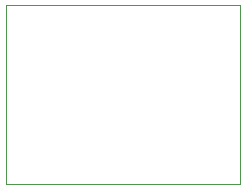
<source format=gko>
G75*
%MOIN*%
%OFA0B0*%
%FSLAX24Y24*%
%IPPOS*%
%LPD*%
%AMOC8*
5,1,8,0,0,1.08239X$1,22.5*
%
%ADD10C,0.0000*%
D10*
X001326Y001653D02*
X001325Y007643D01*
X009134Y007644D01*
X009137Y001646D01*
X001326Y001653D01*
M02*

</source>
